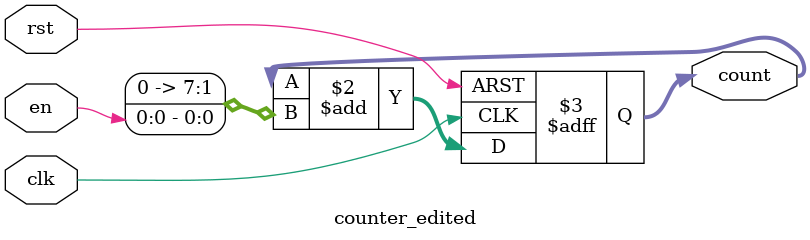
<source format=sv>
module counter_edited #(
    parameter WIDTH = 8
)(
    //interface signals
    input logic              clk,  // clock     
    input logic              rst,  // reset
    input logic              en,   // counter enable
    output logic [WIDTH-1:0] count // count output
);

// synchronous

//always_ff @ (posedge clk)
    //if (rst) count <= {WIDTH{1'b0}};
    //else     count <= count + {{WIDTH-1{1'b0}}, en};

//asynchronous

always_ff @ (posedge clk, posedge rst)

    if (rst) count <= {WIDTH{1'b0}};
    else     count <= count + {{WIDTH-1{1'b0}}, en};

endmodule

</source>
